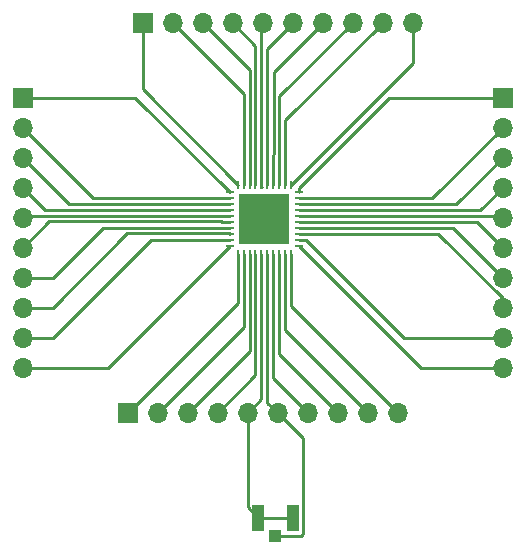
<source format=gbr>
%TF.GenerationSoftware,KiCad,Pcbnew,(5.1.12)-1*%
%TF.CreationDate,2022-02-13T14:47:13-06:00*%
%TF.ProjectId,TranscieverBoard,5472616e-7363-4696-9576-6572426f6172,rev?*%
%TF.SameCoordinates,Original*%
%TF.FileFunction,Copper,L1,Top*%
%TF.FilePolarity,Positive*%
%FSLAX46Y46*%
G04 Gerber Fmt 4.6, Leading zero omitted, Abs format (unit mm)*
G04 Created by KiCad (PCBNEW (5.1.12)-1) date 2022-02-13 14:47:13*
%MOMM*%
%LPD*%
G01*
G04 APERTURE LIST*
%TA.AperFunction,SMDPad,CuDef*%
%ADD10R,4.343400X4.343400*%
%TD*%
%TA.AperFunction,SMDPad,CuDef*%
%ADD11R,0.254000X0.762000*%
%TD*%
%TA.AperFunction,SMDPad,CuDef*%
%ADD12R,0.762000X0.254000*%
%TD*%
%TA.AperFunction,ComponentPad*%
%ADD13O,1.700000X1.700000*%
%TD*%
%TA.AperFunction,ComponentPad*%
%ADD14R,1.700000X1.700000*%
%TD*%
%TA.AperFunction,SMDPad,CuDef*%
%ADD15R,1.000000X1.050000*%
%TD*%
%TA.AperFunction,SMDPad,CuDef*%
%ADD16R,1.050000X2.200000*%
%TD*%
%TA.AperFunction,Conductor*%
%ADD17C,0.250000*%
%TD*%
G04 APERTURE END LIST*
D10*
%TO.P,U1,41*%
%TO.N,GND*%
X116990600Y-73760600D03*
D11*
%TO.P,U1,40*%
%TO.N,Net-(J4-Pad1)*%
X114740599Y-70839600D03*
%TO.P,U1,39*%
%TO.N,Net-(J4-Pad2)*%
X115240601Y-70839600D03*
%TO.P,U1,38*%
%TO.N,Net-(J4-Pad3)*%
X115740600Y-70839600D03*
%TO.P,U1,37*%
%TO.N,Net-(J4-Pad4)*%
X116240599Y-70839600D03*
%TO.P,U1,36*%
%TO.N,Net-(J4-Pad5)*%
X116740600Y-70839600D03*
%TO.P,U1,35*%
%TO.N,Net-(J4-Pad6)*%
X117240600Y-70839600D03*
%TO.P,U1,34*%
%TO.N,Net-(J4-Pad7)*%
X117740601Y-70839600D03*
%TO.P,U1,33*%
%TO.N,Net-(J4-Pad8)*%
X118240600Y-70839600D03*
%TO.P,U1,32*%
%TO.N,Net-(J4-Pad9)*%
X118740599Y-70839600D03*
%TO.P,U1,31*%
%TO.N,Net-(J4-Pad10)*%
X119240601Y-70839600D03*
D12*
%TO.P,U1,30*%
%TO.N,Net-(J5-Pad1)*%
X119911600Y-71510599D03*
%TO.P,U1,29*%
%TO.N,Net-(J5-Pad2)*%
X119911600Y-72010601D03*
%TO.P,U1,28*%
%TO.N,Net-(J5-Pad3)*%
X119911600Y-72510600D03*
%TO.P,U1,27*%
%TO.N,Net-(J5-Pad4)*%
X119911600Y-73010599D03*
%TO.P,U1,26*%
%TO.N,Net-(J5-Pad5)*%
X119911600Y-73510600D03*
%TO.P,U1,25*%
%TO.N,Net-(J5-Pad6)*%
X119911600Y-74010600D03*
%TO.P,U1,24*%
%TO.N,Net-(J5-Pad7)*%
X119911600Y-74510601D03*
%TO.P,U1,23*%
%TO.N,Net-(J5-Pad8)*%
X119911600Y-75010600D03*
%TO.P,U1,22*%
%TO.N,Net-(J5-Pad9)*%
X119911600Y-75510599D03*
%TO.P,U1,21*%
%TO.N,Net-(J5-Pad10)*%
X119911600Y-76010601D03*
D11*
%TO.P,U1,20*%
%TO.N,Net-(J3-Pad10)*%
X119240601Y-76681600D03*
%TO.P,U1,19*%
%TO.N,Net-(J3-Pad9)*%
X118740599Y-76681600D03*
%TO.P,U1,18*%
%TO.N,Net-(J3-Pad8)*%
X118240600Y-76681600D03*
%TO.P,U1,17*%
%TO.N,Net-(J3-Pad7)*%
X117740601Y-76681600D03*
%TO.P,U1,16*%
%TO.N,Net-(J1-Pad2)*%
X117240600Y-76681600D03*
%TO.P,U1,15*%
%TO.N,Net-(J1-Pad1)*%
X116740600Y-76681600D03*
%TO.P,U1,14*%
%TO.N,Net-(J3-Pad4)*%
X116240599Y-76681600D03*
%TO.P,U1,13*%
%TO.N,Net-(J3-Pad3)*%
X115740600Y-76681600D03*
%TO.P,U1,12*%
%TO.N,Net-(J3-Pad2)*%
X115240601Y-76681600D03*
%TO.P,U1,11*%
%TO.N,Net-(J3-Pad1)*%
X114740599Y-76681600D03*
D12*
%TO.P,U1,10*%
%TO.N,Net-(J2-Pad10)*%
X114069600Y-76010601D03*
%TO.P,U1,9*%
%TO.N,Net-(J2-Pad9)*%
X114069600Y-75510599D03*
%TO.P,U1,8*%
%TO.N,Net-(J2-Pad8)*%
X114069600Y-75010600D03*
%TO.P,U1,7*%
%TO.N,Net-(J2-Pad7)*%
X114069600Y-74510601D03*
%TO.P,U1,6*%
%TO.N,Net-(J2-Pad6)*%
X114069600Y-74010600D03*
%TO.P,U1,5*%
%TO.N,Net-(J2-Pad5)*%
X114069600Y-73510600D03*
%TO.P,U1,4*%
%TO.N,Net-(J2-Pad4)*%
X114069600Y-73010599D03*
%TO.P,U1,3*%
%TO.N,Net-(J2-Pad3)*%
X114069600Y-72510600D03*
%TO.P,U1,2*%
%TO.N,Net-(J2-Pad2)*%
X114069600Y-72010601D03*
%TO.P,U1,1*%
%TO.N,Net-(J2-Pad1)*%
X114069600Y-71510599D03*
%TD*%
D13*
%TO.P,J5,10*%
%TO.N,Net-(J5-Pad10)*%
X137160000Y-86360000D03*
%TO.P,J5,9*%
%TO.N,Net-(J5-Pad9)*%
X137160000Y-83820000D03*
%TO.P,J5,8*%
%TO.N,Net-(J5-Pad8)*%
X137160000Y-81280000D03*
%TO.P,J5,7*%
%TO.N,Net-(J5-Pad7)*%
X137160000Y-78740000D03*
%TO.P,J5,6*%
%TO.N,Net-(J5-Pad6)*%
X137160000Y-76200000D03*
%TO.P,J5,5*%
%TO.N,Net-(J5-Pad5)*%
X137160000Y-73660000D03*
%TO.P,J5,4*%
%TO.N,Net-(J5-Pad4)*%
X137160000Y-71120000D03*
%TO.P,J5,3*%
%TO.N,Net-(J5-Pad3)*%
X137160000Y-68580000D03*
%TO.P,J5,2*%
%TO.N,Net-(J5-Pad2)*%
X137160000Y-66040000D03*
D14*
%TO.P,J5,1*%
%TO.N,Net-(J5-Pad1)*%
X137160000Y-63500000D03*
%TD*%
D13*
%TO.P,J4,10*%
%TO.N,Net-(J4-Pad10)*%
X129540000Y-57150000D03*
%TO.P,J4,9*%
%TO.N,Net-(J4-Pad9)*%
X127000000Y-57150000D03*
%TO.P,J4,8*%
%TO.N,Net-(J4-Pad8)*%
X124460000Y-57150000D03*
%TO.P,J4,7*%
%TO.N,Net-(J4-Pad7)*%
X121920000Y-57150000D03*
%TO.P,J4,6*%
%TO.N,Net-(J4-Pad6)*%
X119380000Y-57150000D03*
%TO.P,J4,5*%
%TO.N,Net-(J4-Pad5)*%
X116840000Y-57150000D03*
%TO.P,J4,4*%
%TO.N,Net-(J4-Pad4)*%
X114300000Y-57150000D03*
%TO.P,J4,3*%
%TO.N,Net-(J4-Pad3)*%
X111760000Y-57150000D03*
%TO.P,J4,2*%
%TO.N,Net-(J4-Pad2)*%
X109220000Y-57150000D03*
D14*
%TO.P,J4,1*%
%TO.N,Net-(J4-Pad1)*%
X106680000Y-57150000D03*
%TD*%
D13*
%TO.P,J3,10*%
%TO.N,Net-(J3-Pad10)*%
X128270000Y-90170000D03*
%TO.P,J3,9*%
%TO.N,Net-(J3-Pad9)*%
X125730000Y-90170000D03*
%TO.P,J3,8*%
%TO.N,Net-(J3-Pad8)*%
X123190000Y-90170000D03*
%TO.P,J3,7*%
%TO.N,Net-(J3-Pad7)*%
X120650000Y-90170000D03*
%TO.P,J3,6*%
%TO.N,Net-(J1-Pad2)*%
X118110000Y-90170000D03*
%TO.P,J3,5*%
%TO.N,Net-(J1-Pad1)*%
X115570000Y-90170000D03*
%TO.P,J3,4*%
%TO.N,Net-(J3-Pad4)*%
X113030000Y-90170000D03*
%TO.P,J3,3*%
%TO.N,Net-(J3-Pad3)*%
X110490000Y-90170000D03*
%TO.P,J3,2*%
%TO.N,Net-(J3-Pad2)*%
X107950000Y-90170000D03*
D14*
%TO.P,J3,1*%
%TO.N,Net-(J3-Pad1)*%
X105410000Y-90170000D03*
%TD*%
D13*
%TO.P,J2,10*%
%TO.N,Net-(J2-Pad10)*%
X96520000Y-86360000D03*
%TO.P,J2,9*%
%TO.N,Net-(J2-Pad9)*%
X96520000Y-83820000D03*
%TO.P,J2,8*%
%TO.N,Net-(J2-Pad8)*%
X96520000Y-81280000D03*
%TO.P,J2,7*%
%TO.N,Net-(J2-Pad7)*%
X96520000Y-78740000D03*
%TO.P,J2,6*%
%TO.N,Net-(J2-Pad6)*%
X96520000Y-76200000D03*
%TO.P,J2,5*%
%TO.N,Net-(J2-Pad5)*%
X96520000Y-73660000D03*
%TO.P,J2,4*%
%TO.N,Net-(J2-Pad4)*%
X96520000Y-71120000D03*
%TO.P,J2,3*%
%TO.N,Net-(J2-Pad3)*%
X96520000Y-68580000D03*
%TO.P,J2,2*%
%TO.N,Net-(J2-Pad2)*%
X96520000Y-66040000D03*
D14*
%TO.P,J2,1*%
%TO.N,Net-(J2-Pad1)*%
X96520000Y-63500000D03*
%TD*%
D15*
%TO.P,J1,2*%
%TO.N,Net-(J1-Pad2)*%
X117930000Y-100560000D03*
D16*
%TO.P,J1,1*%
%TO.N,Net-(J1-Pad1)*%
X116480000Y-99060000D03*
X119380000Y-99060000D03*
%TD*%
D17*
%TO.N,Net-(J1-Pad2)*%
X117240600Y-89300600D02*
X118110000Y-90170000D01*
X117240600Y-76681600D02*
X117240600Y-89300600D01*
X120090002Y-100560000D02*
X117930000Y-100560000D01*
X120230001Y-100420001D02*
X120090002Y-100560000D01*
X120230001Y-92290001D02*
X120230001Y-100420001D01*
X118110000Y-90170000D02*
X120230001Y-92290001D01*
%TO.N,Net-(J1-Pad1)*%
X116740600Y-88999400D02*
X115570000Y-90170000D01*
X116740600Y-76681600D02*
X116740600Y-88999400D01*
X115570000Y-98150000D02*
X116480000Y-99060000D01*
X115570000Y-90170000D02*
X115570000Y-98150000D01*
X116480000Y-99060000D02*
X119380000Y-99060000D01*
%TO.N,Net-(J2-Pad10)*%
X103720201Y-86360000D02*
X114069600Y-76010601D01*
X96520000Y-86360000D02*
X103720201Y-86360000D01*
%TO.N,Net-(J2-Pad9)*%
X107369401Y-75510599D02*
X114069600Y-75510599D01*
X99060000Y-83820000D02*
X107369401Y-75510599D01*
X96520000Y-83820000D02*
X99060000Y-83820000D01*
%TO.N,Net-(J2-Pad8)*%
X114021602Y-74962602D02*
X114069600Y-75010600D01*
X105377398Y-74962602D02*
X114021602Y-74962602D01*
X99060000Y-81280000D02*
X105377398Y-74962602D01*
X96520000Y-81280000D02*
X99060000Y-81280000D01*
%TO.N,Net-(J2-Pad7)*%
X114069600Y-74510601D02*
X103289399Y-74510601D01*
X99060000Y-78740000D02*
X96520000Y-78740000D01*
X103289399Y-74510601D02*
X99060000Y-78740000D01*
%TO.N,Net-(J2-Pad6)*%
X98759390Y-73960610D02*
X96520000Y-76200000D01*
X113330610Y-73960610D02*
X98759390Y-73960610D01*
X113380600Y-74010600D02*
X113330610Y-73960610D01*
X114069600Y-74010600D02*
X113380600Y-74010600D01*
%TO.N,Net-(J2-Pad5)*%
X96669400Y-73510600D02*
X114069600Y-73510600D01*
X96520000Y-73660000D02*
X96669400Y-73510600D01*
%TO.N,Net-(J2-Pad4)*%
X98410599Y-73010599D02*
X96520000Y-71120000D01*
X114069600Y-73010599D02*
X98410599Y-73010599D01*
%TO.N,Net-(J2-Pad3)*%
X100450600Y-72510600D02*
X114069600Y-72510600D01*
X96520000Y-68580000D02*
X100450600Y-72510600D01*
%TO.N,Net-(J2-Pad2)*%
X102490601Y-72010601D02*
X96520000Y-66040000D01*
X114069600Y-72010601D02*
X102490601Y-72010601D01*
%TO.N,Net-(J2-Pad1)*%
X106059001Y-63500000D02*
X114069600Y-71510599D01*
X96520000Y-63500000D02*
X106059001Y-63500000D01*
%TO.N,Net-(J3-Pad10)*%
X119240601Y-81140601D02*
X128270000Y-90170000D01*
X119240601Y-76681600D02*
X119240601Y-81140601D01*
%TO.N,Net-(J3-Pad9)*%
X118740599Y-83180599D02*
X125730000Y-90170000D01*
X118740599Y-76681600D02*
X118740599Y-83180599D01*
%TO.N,Net-(J3-Pad8)*%
X118240600Y-85220600D02*
X118240600Y-76681600D01*
X123190000Y-90170000D02*
X118240600Y-85220600D01*
%TO.N,Net-(J3-Pad7)*%
X117740601Y-87260601D02*
X117740601Y-76681600D01*
X120650000Y-90170000D02*
X117740601Y-87260601D01*
%TO.N,Net-(J3-Pad4)*%
X116240599Y-86959401D02*
X116240599Y-76681600D01*
X113030000Y-90170000D02*
X116240599Y-86959401D01*
%TO.N,Net-(J3-Pad3)*%
X115740600Y-84919400D02*
X115740600Y-76681600D01*
X110490000Y-90170000D02*
X115740600Y-84919400D01*
%TO.N,Net-(J3-Pad2)*%
X115240601Y-82879399D02*
X115240601Y-76681600D01*
X107950000Y-90170000D02*
X115240601Y-82879399D01*
%TO.N,Net-(J3-Pad1)*%
X114740599Y-80839401D02*
X105410000Y-90170000D01*
X114740599Y-76681600D02*
X114740599Y-80839401D01*
%TO.N,Net-(J4-Pad10)*%
X129540000Y-60540201D02*
X119240601Y-70839600D01*
X129540000Y-57150000D02*
X129540000Y-60540201D01*
%TO.N,Net-(J4-Pad9)*%
X118740599Y-65409401D02*
X118740599Y-70839600D01*
X127000000Y-57150000D02*
X118740599Y-65409401D01*
%TO.N,Net-(J4-Pad8)*%
X118240600Y-63369400D02*
X118240600Y-70839600D01*
X124460000Y-57150000D02*
X118240600Y-63369400D01*
%TO.N,Net-(J4-Pad7)*%
X121920000Y-57150000D02*
X117788599Y-61281401D01*
X117740601Y-68306597D02*
X117740601Y-70839600D01*
X117788599Y-68258599D02*
X117740601Y-68306597D01*
X117788599Y-61281401D02*
X117788599Y-68258599D01*
%TO.N,Net-(J4-Pad6)*%
X119380000Y-57150000D02*
X117192601Y-59337399D01*
X117192601Y-70791601D02*
X117240600Y-70839600D01*
X117192601Y-59337399D02*
X117192601Y-70791601D01*
%TO.N,Net-(J4-Pad5)*%
X116742591Y-71022591D02*
X116788599Y-71068599D01*
X116742591Y-57247409D02*
X116742591Y-71022591D01*
X116840000Y-57150000D02*
X116742591Y-57247409D01*
%TO.N,Net-(J4-Pad4)*%
X116240599Y-59090599D02*
X116240599Y-70839600D01*
X114300000Y-57150000D02*
X116240599Y-59090599D01*
%TO.N,Net-(J4-Pad3)*%
X115740600Y-61130600D02*
X111760000Y-57150000D01*
X115740600Y-70839600D02*
X115740600Y-61130600D01*
%TO.N,Net-(J4-Pad2)*%
X115240601Y-63170601D02*
X115240601Y-70839600D01*
X109220000Y-57150000D02*
X115240601Y-63170601D01*
%TO.N,Net-(J4-Pad1)*%
X106680000Y-62779001D02*
X114740599Y-70839600D01*
X106680000Y-57150000D02*
X106680000Y-62779001D01*
%TO.N,Net-(J5-Pad10)*%
X130260999Y-86360000D02*
X137160000Y-86360000D01*
X119911600Y-76010601D02*
X130260999Y-86360000D01*
%TO.N,Net-(J5-Pad9)*%
X128852001Y-83820000D02*
X137160000Y-83820000D01*
X120542600Y-75510599D02*
X128852001Y-83820000D01*
X119911600Y-75510599D02*
X120542600Y-75510599D01*
%TO.N,Net-(J5-Pad8)*%
X137160000Y-80479002D02*
X137160000Y-81280000D01*
X131691598Y-75010600D02*
X137160000Y-80479002D01*
X119911600Y-75010600D02*
X131691598Y-75010600D01*
%TO.N,Net-(J5-Pad7)*%
X132930601Y-74510601D02*
X137160000Y-78740000D01*
X119911600Y-74510601D02*
X132930601Y-74510601D01*
%TO.N,Net-(J5-Pad6)*%
X134970600Y-74010600D02*
X137160000Y-76200000D01*
X119911600Y-74010600D02*
X134970600Y-74010600D01*
%TO.N,Net-(J5-Pad5)*%
X137010600Y-73510600D02*
X137160000Y-73660000D01*
X119911600Y-73510600D02*
X137010600Y-73510600D01*
%TO.N,Net-(J5-Pad4)*%
X135269401Y-73010599D02*
X137160000Y-71120000D01*
X119911600Y-73010599D02*
X135269401Y-73010599D01*
%TO.N,Net-(J5-Pad3)*%
X133229400Y-72510600D02*
X137160000Y-68580000D01*
X119911600Y-72510600D02*
X133229400Y-72510600D01*
%TO.N,Net-(J5-Pad2)*%
X131189399Y-72010601D02*
X137160000Y-66040000D01*
X119911600Y-72010601D02*
X131189399Y-72010601D01*
%TO.N,Net-(J5-Pad1)*%
X127545199Y-63500000D02*
X137160000Y-63500000D01*
X119911600Y-71133599D02*
X127545199Y-63500000D01*
X119911600Y-71510599D02*
X119911600Y-71133599D01*
%TD*%
M02*

</source>
